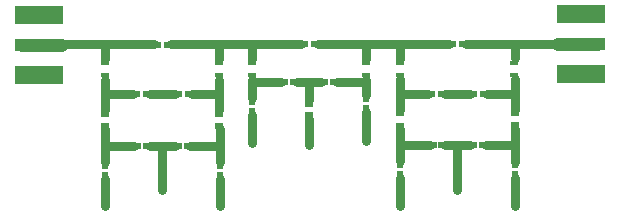
<source format=gtl>
G04*
G04 #@! TF.GenerationSoftware,Altium Limited,Altium Designer,24.9.1 (31)*
G04*
G04 Layer_Physical_Order=1*
G04 Layer_Color=255*
%FSLAX44Y44*%
%MOMM*%
G71*
G04*
G04 #@! TF.SameCoordinates,4F6A3D44-4BAA-4EB1-AB99-C70FB7F5AA8B*
G04*
G04*
G04 #@! TF.FilePolarity,Positive*
G04*
G01*
G75*
%ADD14R,0.5153X0.4725*%
%ADD15R,0.4725X0.5153*%
%ADD16R,0.7725X0.6274*%
%ADD17R,0.6631X0.5955*%
%ADD18R,0.6600X0.4100*%
%ADD19R,0.7300X0.5100*%
%ADD20R,4.0600X1.0740*%
%ADD21R,4.0600X1.5200*%
%ADD26C,0.7600*%
%ADD27C,1.0740*%
%ADD28C,0.6000*%
D14*
X110958Y230539D02*
D03*
X103386D02*
D03*
X146393Y230460D02*
D03*
X138822D02*
D03*
X378373Y272780D02*
D03*
X370802D02*
D03*
X360840Y230558D02*
D03*
X353269D02*
D03*
X396268Y230619D02*
D03*
X388697D02*
D03*
X128507Y272500D02*
D03*
X120936D02*
D03*
X253037Y272628D02*
D03*
X245466D02*
D03*
D15*
X173423Y162212D02*
D03*
Y169783D02*
D03*
X76288Y162303D02*
D03*
Y169874D02*
D03*
X297582Y218411D02*
D03*
Y225982D02*
D03*
X200809Y216014D02*
D03*
Y223586D02*
D03*
X326209Y162727D02*
D03*
Y170298D02*
D03*
X423033Y162663D02*
D03*
Y170235D02*
D03*
D16*
X76255Y214014D02*
D03*
Y203563D02*
D03*
X173229D02*
D03*
Y214014D02*
D03*
X326206Y203948D02*
D03*
Y214399D02*
D03*
X423033Y214503D02*
D03*
Y204053D02*
D03*
D17*
X111935Y186974D02*
D03*
X103805D02*
D03*
X146173D02*
D03*
X138042D02*
D03*
X236297Y240635D02*
D03*
X228167D02*
D03*
X361963Y187274D02*
D03*
X353833D02*
D03*
X396192Y187257D02*
D03*
X388062D02*
D03*
X270224Y240635D02*
D03*
X262094D02*
D03*
D18*
X76211Y246483D02*
D03*
Y256583D02*
D03*
X173186Y246521D02*
D03*
Y256621D02*
D03*
X297538Y246483D02*
D03*
Y256583D02*
D03*
X326088Y246836D02*
D03*
Y256936D02*
D03*
X422989Y246827D02*
D03*
Y256927D02*
D03*
X200765Y246483D02*
D03*
Y256583D02*
D03*
D19*
X249175Y222238D02*
D03*
Y213038D02*
D03*
D20*
X478957Y272997D02*
D03*
X20207Y272498D02*
D03*
D21*
X478957Y298397D02*
D03*
Y247597D02*
D03*
X20207Y297898D02*
D03*
Y247098D02*
D03*
D26*
X364417Y230558D02*
X385120D01*
X124890Y230460D02*
X135245D01*
X114534D02*
X124890D01*
X297582Y260650D02*
Y272852D01*
X173262Y186974D02*
Y200740D01*
X173229Y216930D02*
Y230625D01*
X173262Y173050D02*
Y186974D01*
X76288Y173130D02*
Y186974D01*
X76255Y216930D02*
Y230625D01*
Y230545D02*
Y242630D01*
X249220Y187400D02*
Y209650D01*
X399530Y230830D02*
X423056D01*
X326082Y230829D02*
Y242910D01*
Y217210D02*
Y230909D01*
X326583Y187389D02*
X351240D01*
X326082Y272858D02*
X367480D01*
X381660Y272924D02*
X423056D01*
X423033Y135909D02*
Y159390D01*
X423056Y230833D02*
Y242950D01*
Y217210D02*
Y230909D01*
X423033Y173470D02*
Y201160D01*
X398630Y187389D02*
X423140D01*
X423056Y260720D02*
Y272924D01*
X374707Y149506D02*
Y187389D01*
X385530D01*
X326082Y260660D02*
Y272858D01*
X364510Y187389D02*
X374707D01*
X326240Y135986D02*
Y159470D01*
Y187389D02*
Y201230D01*
Y173540D02*
Y187389D01*
X326093Y230829D02*
X350010D01*
X124755Y149091D02*
Y186974D01*
X114560D02*
X124755D01*
X135580D01*
X173262Y135494D02*
Y158970D01*
X76288Y135571D02*
Y159050D01*
X76266Y230545D02*
X100190D01*
X173229Y230549D02*
Y242660D01*
X149710Y230625D02*
X173229D01*
X76288Y186974D02*
Y200820D01*
X148680Y186974D02*
X173188D01*
X76631D02*
X101290D01*
X76255Y272574D02*
X117650D01*
X173229Y260440D02*
Y272640D01*
X76255Y260370D02*
Y272574D01*
X249181Y225520D02*
Y240635D01*
X200913D02*
X225570D01*
X200809Y240595D02*
Y242690D01*
Y260440D02*
Y272640D01*
Y272670D02*
X242110D01*
X173229Y272640D02*
X200829D01*
X297582Y229570D02*
Y240994D01*
Y191166D02*
Y215200D01*
X200809Y227240D02*
Y240635D01*
Y188770D02*
Y212800D01*
X238790Y240635D02*
X259570D01*
X272750D02*
X297575D01*
X297593Y240593D02*
Y242690D01*
X256280Y272852D02*
X297582D01*
X298502Y272858D02*
X326082D01*
X423056Y272924D02*
X459176D01*
X131830Y272640D02*
X173229D01*
X40135Y272574D02*
X76255D01*
D27*
X459176Y272924D02*
X493386D01*
X5403Y272487D02*
X39616D01*
D28*
X374768Y230558D02*
D03*
X124890Y230460D02*
D03*
X76288Y135571D02*
D03*
X249220Y187400D02*
D03*
X124755Y149091D02*
D03*
X173262Y135494D02*
D03*
X297582Y191166D02*
D03*
X200809Y188770D02*
D03*
X326240Y135986D02*
D03*
X374707Y149506D02*
D03*
X423033Y135909D02*
D03*
M02*

</source>
